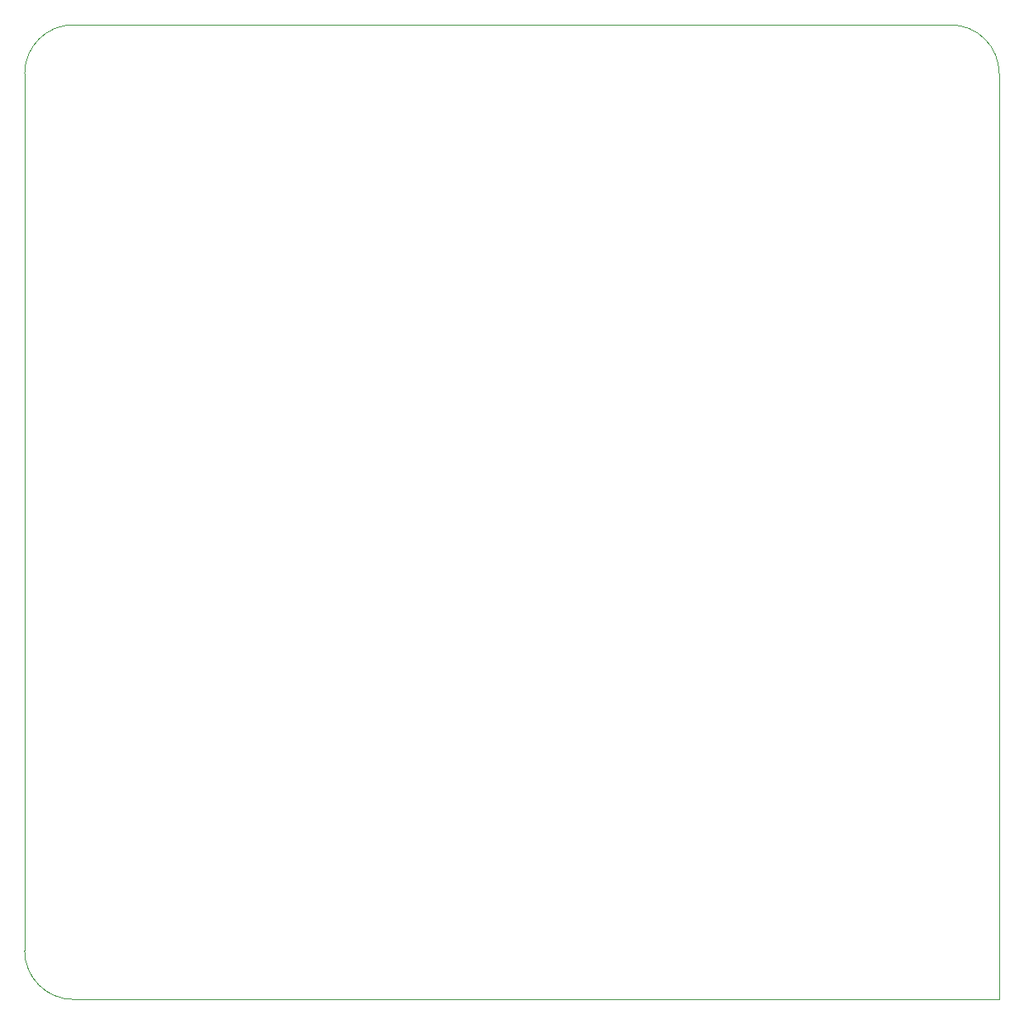
<source format=gbr>
%TF.GenerationSoftware,KiCad,Pcbnew,9.0.0*%
%TF.CreationDate,2025-04-07T01:58:02+02:00*%
%TF.ProjectId,Mastersthesis,4d617374-6572-4737-9468-657369732e6b,0*%
%TF.SameCoordinates,Original*%
%TF.FileFunction,Profile,NP*%
%FSLAX46Y46*%
G04 Gerber Fmt 4.6, Leading zero omitted, Abs format (unit mm)*
G04 Created by KiCad (PCBNEW 9.0.0) date 2025-04-07 01:58:02*
%MOMM*%
%LPD*%
G01*
G04 APERTURE LIST*
%TA.AperFunction,Profile*%
%ADD10C,0.050000*%
%TD*%
G04 APERTURE END LIST*
D10*
X70000000Y-135000000D02*
X70000000Y-45000000D01*
X170000000Y-45000000D02*
X170000000Y-135000000D01*
X165000000Y-40000000D02*
G75*
G02*
X170000000Y-45000000I0J-5000000D01*
G01*
X170000000Y-140000000D02*
X170000000Y-135000000D01*
X165000000Y-140000000D02*
X75000000Y-140000000D01*
X165000000Y-140000000D02*
X170000000Y-140000000D01*
X70000000Y-45000000D02*
G75*
G02*
X75000000Y-40000000I5000000J0D01*
G01*
X75000000Y-40000000D02*
X165000000Y-40000000D01*
X75000000Y-140000000D02*
G75*
G02*
X70000000Y-135000000I0J5000000D01*
G01*
M02*

</source>
